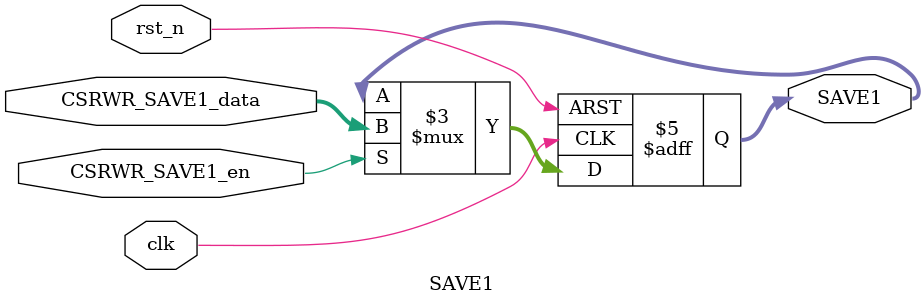
<source format=v>
module SAVE1 (
    input               clk,
    input               rst_n,

    input               CSRWR_SAVE1_en,
    input        [31:0] CSRWR_SAVE1_data,

    output  reg  [31:0] SAVE1
);
    
    always @(posedge clk or negedge rst_n) begin
        if(!rst_n)
            SAVE1 <= 32'b0;
        else if(CSRWR_SAVE1_en)
            SAVE1 <= CSRWR_SAVE1_data;
    end

endmodule
</source>
